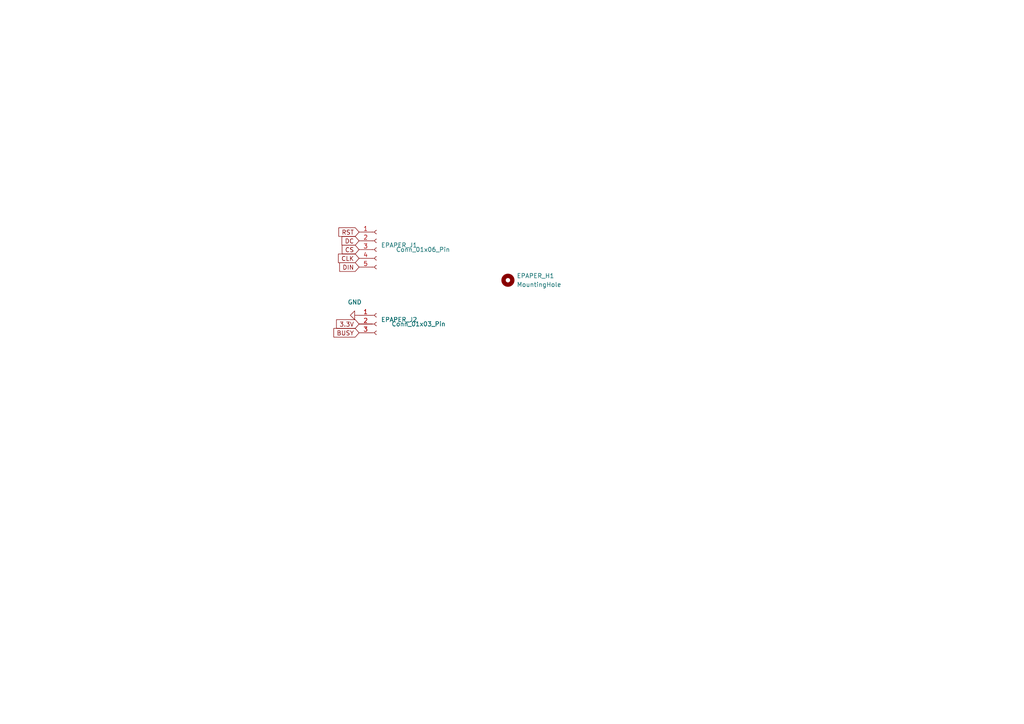
<source format=kicad_sch>
(kicad_sch (version 20250114) (generator "eeschema") (generator_version "9.0")
  (paper "A4")
  (lib_symbols
    (symbol "Connector:Conn_01x03_Socket" (pin_names (offset 1.016) (hide yes))
      (property "Reference" "J" (at 0 5.08 0))
      (property "Value" "Conn_01x03_Socket" (at 0 -5.08 0))
      (symbol "Conn_01x03_Socket_1_1"
        (polyline (pts (xy -1.27 2.54) (xy -0.508 2.54)) (stroke (width 0.1524)))
        (polyline (pts (xy -1.27 0) (xy -0.508 0)) (stroke (width 0.1524)))
        (polyline (pts (xy -1.27 -2.54) (xy -0.508 -2.54)) (stroke (width 0.1524)))
        (arc (start 0 2.032) (mid -0.5058 2.54) (end 0 3.048) (stroke (width 0.1524)))
        (arc (start 0 -0.508) (mid -0.5058 0) (end 0 0.508) (stroke (width 0.1524)))
        (arc (start 0 -3.048) (mid -0.5058 -2.54) (end 0 -2.032) (stroke (width 0.1524)))
        (pin passive line (at -5.08 2.54 0) (length 3.81) (name "Pin_1") (number "1"))
        (pin passive line (at -5.08 0 0) (length 3.81) (name "Pin_2") (number "2"))
        (pin passive line (at -5.08 -2.54 0) (length 3.81) (name "Pin_3") (number "3"))
      )
    )
    (symbol "Connector:Conn_01x05_Socket" (pin_names (offset 1.016) (hide yes))
      (property "Reference" "J" (at 0 7.62 0))
      (property "Value" "Conn_01x05_Socket" (at 0 -7.62 0))
      (symbol "Conn_01x05_Socket_1_1"
        (polyline (pts (xy -1.27 5.08) (xy -0.508 5.08)) (stroke (width 0.1524)))
        (polyline (pts (xy -1.27 2.54) (xy -0.508 2.54)) (stroke (width 0.1524)))
        (polyline (pts (xy -1.27 0) (xy -0.508 0)) (stroke (width 0.1524)))
        (polyline (pts (xy -1.27 -2.54) (xy -0.508 -2.54)) (stroke (width 0.1524)))
        (polyline (pts (xy -1.27 -5.08) (xy -0.508 -5.08)) (stroke (width 0.1524)))
        (arc (start 0 4.572) (mid -0.5058 5.08) (end 0 5.588) (stroke (width 0.1524)))
        (arc (start 0 2.032) (mid -0.5058 2.54) (end 0 3.048) (stroke (width 0.1524)))
        (arc (start 0 -0.508) (mid -0.5058 0) (end 0 0.508) (stroke (width 0.1524)))
        (arc (start 0 -3.048) (mid -0.5058 -2.54) (end 0 -2.032) (stroke (width 0.1524)))
        (arc (start 0 -5.588) (mid -0.5058 -5.08) (end 0 -4.572) (stroke (width 0.1524)))
        (pin passive line (at -5.08 5.08 0) (length 3.81) (name "Pin_1") (number "1"))
        (pin passive line (at -5.08 2.54 0) (length 3.81) (name "Pin_2") (number "2"))
        (pin passive line (at -5.08 0 0) (length 3.81) (name "Pin_3") (number "3"))
        (pin passive line (at -5.08 -2.54 0) (length 3.81) (name "Pin_4") (number "4"))
        (pin passive line (at -5.08 -5.08 0) (length 3.81) (name "Pin_5") (number "5"))
      )
    )
    (symbol "Mechanical:MountingHole" (pin_names (offset 1.016)) (in_bom no)
      (property "Reference" "H" (at 0 5.08 0))
      (property "Value" "MountingHole" (at 0 3.175 0))
      (symbol "MountingHole_0_1"
        (circle (center 0 0) (radius 1.27) (stroke (width 1.27)))
      )
    )
    (symbol "power:GND" (power) (pin_numbers (hide yes)) (pin_names (offset 0) (hide yes))
      (property "Value" "GND" (at 0 -3.81 0))
      (symbol "GND_0_1"
        (polyline (pts (xy 0 0) (xy 0 -1.27) (xy 1.27 -1.27) (xy 0 -2.54) (xy -1.27 -1.27) (xy 0 -1.27)))
      )
      (symbol "GND_1_1"
        (pin power_in line (at 0 0 270) (length 0) (name "~") (number "1"))
      )
    )
  )
  (global_label "DIN" (shape input) (at 104.14 77.47 180) (property "Intersheetrefs" "${INTERSHEET_REFS}" (effects (hide yes))))
  (global_label "DC" (shape input) (at 104.14 69.85 180) (property "Intersheetrefs" "${INTERSHEET_REFS}" (effects (hide yes))))
  (global_label "BUSY" (shape input) (at 104.14 96.52 180) (property "Intersheetrefs" "${INTERSHEET_REFS}" (effects (hide yes))))
  (global_label "RST" (shape input) (at 104.14 67.31 180) (property "Intersheetrefs" "${INTERSHEET_REFS}" (effects (hide yes))))
  (global_label "CLK" (shape input) (at 104.14 74.93 180) (property "Intersheetrefs" "${INTERSHEET_REFS}" (effects (hide yes))))
  (global_label "3.3V" (shape input) (at 104.14 93.98 180) (property "Intersheetrefs" "${INTERSHEET_REFS}" (effects (hide yes))))
  (global_label "CS" (shape input) (at 104.14 72.39 180) (property "Intersheetrefs" "${INTERSHEET_REFS}" (effects (hide yes))))
  (symbol (lib_id "Connector:Conn_01x03_Socket") (at 109.22 93.98 0) (unit 1)
    (property "Reference" "EPAPER_J2" (at 110.49 92.7099 0) (effects (justify left)))
    (property "Value" "Conn_01x03_Pin" (at 113.538 93.98 0) (effects (justify left)))
    (property "Footprint" "ErgoCai.pretty:PinSocket_1x03_P2.54mm_Vertical" (effects (hide yes)))
    (property "Description" "Generic connector, single row, 01x03, script generated" (effects (hide yes)))
  )
  (symbol (lib_id "power:GND") (at 104.14 91.44 270) (unit 1)
    (property "Reference" "#PWR08" (effects (hide yes)))
    (property "Value" "GND" (at 102.87 87.63 90))
    (property "Description" "Power symbol creates a global label with name \"GND\" , ground" (effects (hide yes)))
  )
  (symbol (lib_id "Connector:Conn_01x05_Socket") (at 109.22 72.39 0) (unit 1)
    (property "Reference" "EPAPER_J1" (at 110.49 71.1199 0) (effects (justify left)))
    (property "Value" "Conn_01x06_Pin" (at 114.808 72.39 0) (effects (justify left)))
    (property "Footprint" "ErgoCai.pretty:PinSocket_1x05_P2.54mm_Vertical" (effects (hide yes)))
    (property "Description" "Generic connector, single row, 01x05, script generated" (effects (hide yes)))
  )
  (symbol (lib_id "Mechanical:MountingHole") (at 147.32 81.28 0) (unit 1) (in_bom no)
    (property "Reference" "EPAPER_H1" (at 149.86 80.0099 0) (effects (justify left)))
    (property "Value" "MountingHole" (at 149.86 82.5499 0) (effects (justify left)))
    (property "Footprint" "ErgoCai.pretty:e-paper_1.02inch_mount" (effects (hide yes)))
    (property "Description" "Mounting Hole without connection" (effects (hide yes)))
  )
)
</source>
